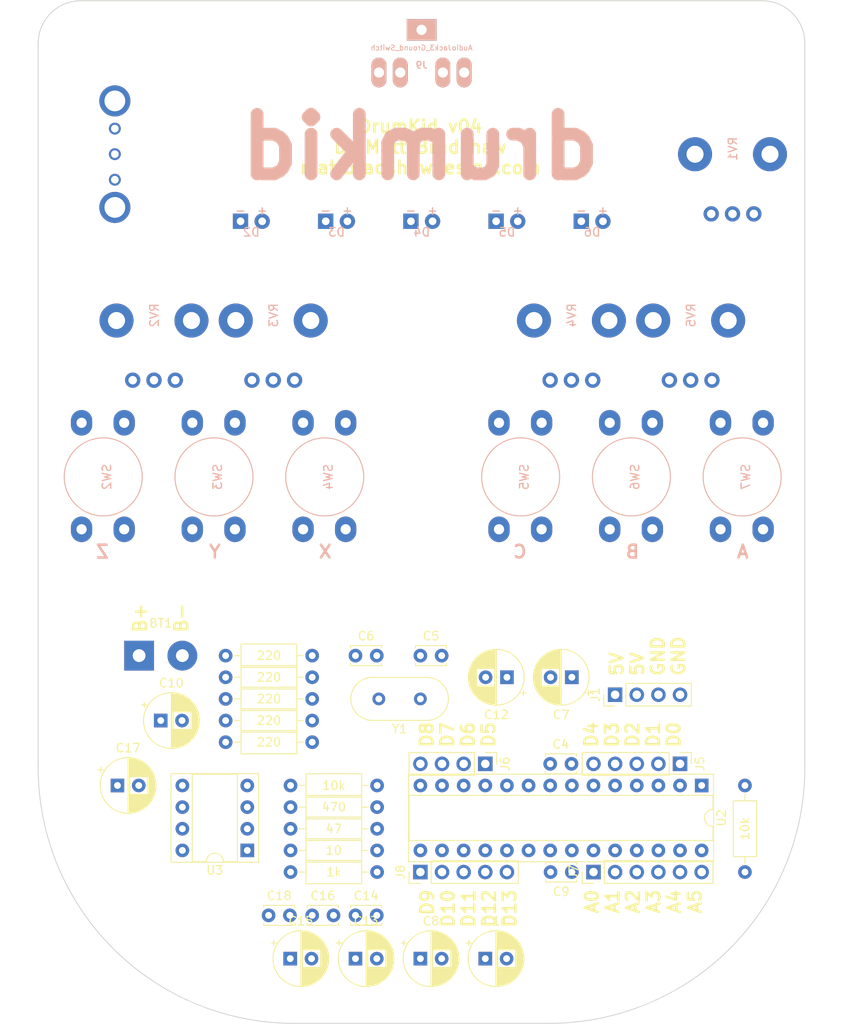
<source format=kicad_pcb>
(kicad_pcb (version 20171130) (host pcbnew "(5.0.1)-3")
  (title_block (title DrumKid) (rev 04) (company "Matt Bradshaw Design") (comment 1 "Author: Matt Bradshaw") (comment 2 "Open source design, feel free to use/modify/whatever"))
  (layers (0 F.Cu signal) (31 B.Cu signal) (34 B.Paste user) (35 F.Paste user) (36 B.SilkS user) (37 F.SilkS user) (38 B.Mask user) (39 F.Mask user) (44 Edge.Cuts user))
  (net 0 "")
  (net 1 GND)
  (net 2 "Net-(C10-Pad2)")
  (net 3 "Net-(J9-PadRN)")
  (net 4 "Net-(J9-PadTN)")
  (net 5 +5V)
  (net 6 "Net-(BT1-Pad1)")
  (net 7 "Net-(SW1-Pad3)")
  (net 8 "Net-(R2-Pad1)")
  (net 9 /DIGITAL_2)
  (net 10 "Net-(D2-Pad2)")
  (net 11 "Net-(D3-Pad2)")
  (net 12 /DIGITAL_3)
  (net 13 /DIGITAL_4)
  (net 14 "Net-(D4-Pad2)")
  (net 15 "Net-(D5-Pad2)")
  (net 16 /DIGITAL_5)
  (net 17 "Net-(C13-Pad1)")
  (net 18 "Net-(C14-Pad1)")
  (net 19 "Net-(R10-Pad1)")
  (net 20 "Net-(R9-Pad2)")
  (net 21 "Net-(C18-Pad2)")
  (net 22 /DIGITAL_6)
  (net 23 "Net-(D6-Pad2)")
  (net 24 /DIGITAL_9)
  (net 25 /ANALOG_3)
  (net 26 "Net-(C15-Pad2)")
  (net 27 /ANALOG_1)
  (net 28 /ANALOG_2)
  (net 29 /ANALOG_0)
  (net 30 "Net-(U3-Pad1)")
  (net 31 "Net-(C10-Pad1)")
  (net 32 "Net-(C17-Pad1)")
  (net 33 "Net-(C16-Pad2)")
  (net 34 "Net-(U3-Pad8)")
  (net 35 /DIGITAL_0)
  (net 36 /DIGITAL_10)
  (net 37 /DIGITAL_1)
  (net 38 /DIGITAL_11)
  (net 39 /DIGITAL_12)
  (net 40 /DIGITAL_13)
  (net 41 "Net-(U2-Pad21)")
  (net 42 "Net-(C5-Pad1)")
  (net 43 "Net-(C6-Pad1)")
  (net 44 /DIGITAL_7)
  (net 45 /ANALOG_4)
  (net 46 /DIGITAL_8)
  (net 47 /ANALOG_5)
  (module Connector_Wire:SolderWirePad_1x02_P5.08mm_Drill1.5mm (layer F.Cu) (at 116.84 116.84)
    (fp_text reference BT1 (at 2.54 -3.81) (layer F.SilkS))
    (fp_text value Battery)
    (pad 2 thru_hole circle (at 5.08 0) (size 3.50012 3.50012) (drill 1.50114) (layers *.Cu *.Mask) (net 1 GND))
    (pad 1 thru_hole rect (at 0 0) (size 3.50012 3.50012) (drill 1.50114) (layers *.Cu *.Mask) (net 6 "Net-(BT1-Pad1)"))
  )
  (module headphone:EG1206_NOSILK (layer B.Cu) (at 113.993946 60.991091 90)
    (fp_text reference SW1 hide)
    (fp_text value SW_SPDT hide)
    (pad MH2 thru_hole circle (at 9.25 0 90) (size 3.653 3.653) (drill 2.4352) (layers *.Cu *.Mask))
    (pad MH1 thru_hole circle (at -3.25 0 90) (size 3.653 3.653) (drill 2.4352) (layers *.Cu *.Mask))
    (pad 3 thru_hole circle (at 6 0 90) (size 1.4 1.4) (drill 0.9) (layers *.Cu *.Mask) (net 7 "Net-(SW1-Pad3)"))
    (pad 2 thru_hole circle (at 3 0 90) (size 1.4 1.4) (drill 0.9) (layers *.Cu *.Mask) (net 6 "Net-(BT1-Pad1)"))
    (pad 1 thru_hole circle (at 0 0 90) (size 1.4 1.4) (drill 0.9) (layers *.Cu *.Mask) (net 5 +5V))
  )
  (module headphone:R_Axial_DIN0207_L6.3mm_D2.5mm_P10.16mm_Horizontal_VALMOD (layer F.Cu) (at 144.78 137.16 180)
    (fp_text reference R1)
    (fp_text value 47 (at 5.08 0 180) (layer F.SilkS))
    (pad 2 thru_hole oval (at 10.16 0 180) (size 1.6 1.6) (drill 0.8) (layers *.Cu *.Mask) (net 24 /DIGITAL_9))
    (pad 1 thru_hole circle (at 0 0 180) (size 1.6 1.6) (drill 0.8) (layers *.Cu *.Mask) (net 17 "Net-(C13-Pad1)"))
  )
  (module headphone:R_Axial_DIN0207_L6.3mm_D2.5mm_P10.16mm_Horizontal_VALMOD (layer F.Cu) (at 127 127)
    (fp_text reference R7)
    (fp_text value 220 (at 5.08 0) (layer F.SilkS))
    (pad 2 thru_hole oval (at 10.16 0) (size 1.6 1.6) (drill 0.8) (layers *.Cu *.Mask) (net 22 /DIGITAL_6))
    (pad 1 thru_hole circle (at 0 0) (size 1.6 1.6) (drill 0.8) (layers *.Cu *.Mask) (net 23 "Net-(D6-Pad2)"))
  )
  (module headphone:R_Axial_DIN0207_L6.3mm_D2.5mm_P10.16mm_Horizontal_VALMOD (layer F.Cu) (at 134.62 139.7)
    (fp_text reference R11)
    (fp_text value 10 (at 5.08 0) (layer F.SilkS))
    (pad 2 thru_hole oval (at 10.16 0) (size 1.6 1.6) (drill 0.8) (layers *.Cu *.Mask) (net 1 GND))
    (pad 1 thru_hole circle (at 0 0) (size 1.6 1.6) (drill 0.8) (layers *.Cu *.Mask) (net 21 "Net-(C18-Pad2)"))
  )
  (module headphone:R_Axial_DIN0207_L6.3mm_D2.5mm_P10.16mm_Horizontal_VALMOD (layer F.Cu) (at 134.62 142.24)
    (fp_text reference R10)
    (fp_text value 1k (at 5.08 0) (layer F.SilkS))
    (pad 2 thru_hole oval (at 10.16 0) (size 1.6 1.6) (drill 0.8) (layers *.Cu *.Mask) (net 1 GND))
    (pad 1 thru_hole circle (at 0 0) (size 1.6 1.6) (drill 0.8) (layers *.Cu *.Mask) (net 19 "Net-(R10-Pad1)"))
  )
  (module headphone:R_Axial_DIN0207_L6.3mm_D2.5mm_P10.16mm_Horizontal_VALMOD (layer F.Cu) (at 144.78 132.08 180)
    (fp_text reference R9)
    (fp_text value 10k (at 5.08 0 180) (layer F.SilkS))
    (pad 2 thru_hole oval (at 10.16 0 180) (size 1.6 1.6) (drill 0.8) (layers *.Cu *.Mask) (net 20 "Net-(R9-Pad2)"))
    (pad 1 thru_hole circle (at 0 0 180) (size 1.6 1.6) (drill 0.8) (layers *.Cu *.Mask) (net 19 "Net-(R10-Pad1)"))
  )
  (module headphone:R_Axial_DIN0207_L6.3mm_D2.5mm_P10.16mm_Horizontal_VALMOD (layer F.Cu) (at 144.78 134.62 180)
    (fp_text reference R8)
    (fp_text value 470 (at 5.08 0 180) (layer F.SilkS))
    (pad 2 thru_hole oval (at 10.16 0 180) (size 1.6 1.6) (drill 0.8) (layers *.Cu *.Mask) (net 17 "Net-(C13-Pad1)"))
    (pad 1 thru_hole circle (at 0 0 180) (size 1.6 1.6) (drill 0.8) (layers *.Cu *.Mask) (net 18 "Net-(C14-Pad1)"))
  )
  (module headphone:R_Axial_DIN0207_L6.3mm_D2.5mm_P10.16mm_Horizontal_VALMOD (layer F.Cu) (at 127 124.46)
    (fp_text reference R6)
    (fp_text value 220 (at 5.08 0) (layer F.SilkS))
    (pad 2 thru_hole oval (at 10.16 0) (size 1.6 1.6) (drill 0.8) (layers *.Cu *.Mask) (net 16 /DIGITAL_5))
    (pad 1 thru_hole circle (at 0 0) (size 1.6 1.6) (drill 0.8) (layers *.Cu *.Mask) (net 15 "Net-(D5-Pad2)"))
  )
  (module headphone:R_Axial_DIN0207_L6.3mm_D2.5mm_P10.16mm_Horizontal_VALMOD (layer F.Cu) (at 127 121.92)
    (fp_text reference R5)
    (fp_text value 220 (at 5.08 0) (layer F.SilkS))
    (pad 2 thru_hole oval (at 10.16 0) (size 1.6 1.6) (drill 0.8) (layers *.Cu *.Mask) (net 13 /DIGITAL_4))
    (pad 1 thru_hole circle (at 0 0) (size 1.6 1.6) (drill 0.8) (layers *.Cu *.Mask) (net 14 "Net-(D4-Pad2)"))
  )
  (module headphone:R_Axial_DIN0207_L6.3mm_D2.5mm_P10.16mm_Horizontal_VALMOD (layer F.Cu) (at 127 119.38)
    (fp_text reference R4)
    (fp_text value 220 (at 5.08 0) (layer F.SilkS))
    (pad 2 thru_hole oval (at 10.16 0) (size 1.6 1.6) (drill 0.8) (layers *.Cu *.Mask) (net 12 /DIGITAL_3))
    (pad 1 thru_hole circle (at 0 0) (size 1.6 1.6) (drill 0.8) (layers *.Cu *.Mask) (net 11 "Net-(D3-Pad2)"))
  )
  (module headphone:R_Axial_DIN0207_L6.3mm_D2.5mm_P10.16mm_Horizontal_VALMOD (layer F.Cu) (at 127 116.84)
    (fp_text reference R3)
    (fp_text value 220 (at 5.08 0) (layer F.SilkS))
    (pad 2 thru_hole oval (at 10.16 0) (size 1.6 1.6) (drill 0.8) (layers *.Cu *.Mask) (net 9 /DIGITAL_2))
    (pad 1 thru_hole circle (at 0 0) (size 1.6 1.6) (drill 0.8) (layers *.Cu *.Mask) (net 10 "Net-(D2-Pad2)"))
  )
  (module headphone:R_Axial_DIN0207_L6.3mm_D2.5mm_P10.16mm_Horizontal_VALMOD (layer F.Cu) (at 187.96 142.24 90)
    (fp_text reference R2)
    (fp_text value 10k (at 5.08 0 90) (layer F.SilkS))
    (pad 2 thru_hole oval (at 10.16 0 90) (size 1.6 1.6) (drill 0.8) (layers *.Cu *.Mask) (net 5 +5V))
    (pad 1 thru_hole circle (at 0 0 90) (size 1.6 1.6) (drill 0.8) (layers *.Cu *.Mask) (net 8 "Net-(R2-Pad1)"))
  )
  (module headphone:Potentiometer_Alps_RK09K_Single_Vertical_NOSILK (layer B.Cu) (at 184 65 90)
    (fp_text reference RV1 (at 7.62 2.54 90) (layer B.SilkS) (effects (justify mirror)))
    (fp_text value 10k)
    (pad "" np_thru_hole circle (at 7 -1.9 90) (size 4 4) (drill 2) (layers *.Cu *.Mask))
    (pad "" np_thru_hole circle (at 7 6.9 90) (size 4 4) (drill 2) (layers *.Cu *.Mask))
    (pad 1 thru_hole circle (at 0 0 90) (size 1.8 1.8) (drill 1) (layers *.Cu *.Mask) (net 1 GND))
    (pad 2 thru_hole circle (at 0 2.5 90) (size 1.8 1.8) (drill 1) (layers *.Cu *.Mask) (net 20 "Net-(R9-Pad2)"))
    (pad 3 thru_hole circle (at 0 5 90) (size 1.8 1.8) (drill 1) (layers *.Cu *.Mask) (net 26 "Net-(C15-Pad2)"))
  )
  (module headphone:LED_D5.0mm_NOSILK (layer B.Cu) (at 168.75 65.86729)
    (fp_text reference D6 (at 1.27 1.27) (layer B.SilkS) (effects (justify mirror)))
    (fp_text value LED)
    (fp_text user - (at 0 -1.27) (layer B.SilkS) (effects (justify mirror)))
    (fp_text user + (at 2.54 -1.27) (layer B.SilkS) (effects (justify mirror)))
    (pad 2 thru_hole circle (at 2.54 0) (size 1.8 1.8) (drill 0.9) (layers *.Cu *.Mask) (net 23 "Net-(D6-Pad2)"))
    (pad 1 thru_hole rect (at 0 0) (size 1.8 1.8) (drill 0.9) (layers *.Cu *.Mask) (net 1 GND))
  )
  (module headphone:LED_D5.0mm_NOSILK (layer B.Cu) (at 158.75 65.86729)
    (fp_text reference D5 (at 1.27 1.27) (layer B.SilkS) (effects (justify mirror)))
    (fp_text value LED)
    (fp_text user - (at 0 -1.27) (layer B.SilkS) (effects (justify mirror)))
    (fp_text user + (at 2.54 -1.27) (layer B.SilkS) (effects (justify mirror)))
    (pad 2 thru_hole circle (at 2.54 0) (size 1.8 1.8) (drill 0.9) (layers *.Cu *.Mask) (net 15 "Net-(D5-Pad2)"))
    (pad 1 thru_hole rect (at 0 0) (size 1.8 1.8) (drill 0.9) (layers *.Cu *.Mask) (net 1 GND))
  )
  (module headphone:LED_D5.0mm_NOSILK (layer B.Cu) (at 148.75 65.86729)
    (fp_text reference D4 (at 1.27 1.27) (layer B.SilkS) (effects (justify mirror)))
    (fp_text value LED)
    (fp_text user - (at 0 -1.27) (layer B.SilkS) (effects (justify mirror)))
    (fp_text user + (at 2.54 -1.27) (layer B.SilkS) (effects (justify mirror)))
    (pad 2 thru_hole circle (at 2.54 0) (size 1.8 1.8) (drill 0.9) (layers *.Cu *.Mask) (net 14 "Net-(D4-Pad2)"))
    (pad 1 thru_hole rect (at 0 0) (size 1.8 1.8) (drill 0.9) (layers *.Cu *.Mask) (net 1 GND))
  )
  (module headphone:LED_D5.0mm_NOSILK (layer B.Cu) (at 138.75 65.86729)
    (fp_text reference D3 (at 1.27 1.27) (layer B.SilkS) (effects (justify mirror)))
    (fp_text value LED)
    (fp_text user - (at 0 -1.27) (layer B.SilkS) (effects (justify mirror)))
    (fp_text user + (at 2.54 -1.27) (layer B.SilkS) (effects (justify mirror)))
    (pad 2 thru_hole circle (at 2.54 0) (size 1.8 1.8) (drill 0.9) (layers *.Cu *.Mask) (net 11 "Net-(D3-Pad2)"))
    (pad 1 thru_hole rect (at 0 0) (size 1.8 1.8) (drill 0.9) (layers *.Cu *.Mask) (net 1 GND))
  )
  (module headphone:LED_D5.0mm_NOSILK (layer B.Cu) (at 128.75 65.86729)
    (fp_text reference D2 (at 1.27 1.27) (layer B.SilkS) (effects (justify mirror)))
    (fp_text value LED)
    (fp_text user - (at 0 -1.27) (layer B.SilkS) (effects (justify mirror)))
    (fp_text user + (at 2.54 -1.27) (layer B.SilkS) (effects (justify mirror)))
    (pad 2 thru_hole circle (at 2.54 0) (size 1.8 1.8) (drill 0.9) (layers *.Cu *.Mask) (net 10 "Net-(D2-Pad2)"))
    (pad 1 thru_hole rect (at 0 0) (size 1.8 1.8) (drill 0.9) (layers *.Cu *.Mask) (net 1 GND))
  )
  (module headphone:Tayda_3.5mm_stereo_TRS_jack_A-853_NOSILK (layer B.Cu) (at 150 45 180)
    (fp_text reference J9 (at 0 -2.54 180) (layer B.SilkS) (effects (font (size 0.8 0.8)) (justify mirror)))
    (fp_text value AudioJack3_Ground_Switch (at 0 -0.508 180) (layer B.SilkS) (effects (font (size 0.6 0.6) (thickness 0.1)) (justify mirror)))
    (pad TN thru_hole oval (at -2.5 -3.41 180) (size 1.75 3.5) (drill 1.2) (layers *.Cu *.Mask B.SilkS) (net 4 "Net-(J9-PadTN)"))
    (pad RN thru_hole oval (at 2.5 -3.41 180) (size 1.75 3.5) (drill 1.2) (layers *.Cu *.Mask B.SilkS) (net 3 "Net-(J9-PadRN)"))
    (pad T thru_hole oval (at -5 -3.41 180) (size 1.75 3.5) (drill 1.2) (layers *.Cu *.Mask B.SilkS) (net 2 "Net-(C10-Pad2)"))
    (pad R thru_hole oval (at 5 -3.41 180) (size 1.75 3.5) (drill 1.2) (layers *.Cu *.Mask B.SilkS) (net 2 "Net-(C10-Pad2)"))
    (pad S thru_hole rect (at 0 1.596 180) (size 3.5 2.5) (drill 1.2) (layers *.Cu *.Mask B.SilkS) (net 1 GND))
  )
  (module headphone:Potentiometer_Alps_RK09K_Single_Vertical_NOSILK (layer B.Cu) (at 116.089897 84.51729 90)
    (fp_text reference RV2 (at 7.62 2.54 90) (layer B.SilkS) (effects (justify mirror)))
    (fp_text value R_POT)
    (pad "" np_thru_hole circle (at 7 -1.9 90) (size 4 4) (drill 2) (layers *.Cu *.Mask))
    (pad "" np_thru_hole circle (at 7 6.9 90) (size 4 4) (drill 2) (layers *.Cu *.Mask))
    (pad 1 thru_hole circle (at 0 0 90) (size 1.8 1.8) (drill 1) (layers *.Cu *.Mask) (net 1 GND))
    (pad 2 thru_hole circle (at 0 2.5 90) (size 1.8 1.8) (drill 1) (layers *.Cu *.Mask) (net 29 /ANALOG_0))
    (pad 3 thru_hole circle (at 0 5 90) (size 1.8 1.8) (drill 1) (layers *.Cu *.Mask) (net 5 +5V))
  )
  (module headphone:Potentiometer_Alps_RK09K_Single_Vertical_NOSILK (layer B.Cu) (at 165.089897 84.51729 90)
    (fp_text reference RV4 (at 7.62 2.54 90) (layer B.SilkS) (effects (justify mirror)))
    (fp_text value R_POT)
    (pad "" np_thru_hole circle (at 7 -1.9 90) (size 4 4) (drill 2) (layers *.Cu *.Mask))
    (pad "" np_thru_hole circle (at 7 6.9 90) (size 4 4) (drill 2) (layers *.Cu *.Mask))
    (pad 1 thru_hole circle (at 0 0 90) (size 1.8 1.8) (drill 1) (layers *.Cu *.Mask) (net 1 GND))
    (pad 2 thru_hole circle (at 0 2.5 90) (size 1.8 1.8) (drill 1) (layers *.Cu *.Mask) (net 28 /ANALOG_2))
    (pad 3 thru_hole circle (at 0 5 90) (size 1.8 1.8) (drill 1) (layers *.Cu *.Mask) (net 5 +5V))
  )
  (module headphone:Potentiometer_Alps_RK09K_Single_Vertical_NOSILK (layer B.Cu) (at 130.089897 84.51729 90)
    (fp_text reference RV3 (at 7.62 2.54 90) (layer B.SilkS) (effects (justify mirror)))
    (fp_text value R_POT)
    (pad "" np_thru_hole circle (at 7 -1.9 90) (size 4 4) (drill 2) (layers *.Cu *.Mask))
    (pad "" np_thru_hole circle (at 7 6.9 90) (size 4 4) (drill 2) (layers *.Cu *.Mask))
    (pad 1 thru_hole circle (at 0 0 90) (size 1.8 1.8) (drill 1) (layers *.Cu *.Mask) (net 1 GND))
    (pad 2 thru_hole circle (at 0 2.5 90) (size 1.8 1.8) (drill 1) (layers *.Cu *.Mask) (net 27 /ANALOG_1))
    (pad 3 thru_hole circle (at 0 5 90) (size 1.8 1.8) (drill 1) (layers *.Cu *.Mask) (net 5 +5V))
  )
  (module headphone:Potentiometer_Alps_RK09K_Single_Vertical_NOSILK (layer B.Cu) (at 179.089897 84.51729 90)
    (fp_text reference RV5 (at 7.62 2.54 90) (layer B.SilkS) (effects (justify mirror)))
    (fp_text value R_POT)
    (pad "" np_thru_hole circle (at 7 -1.9 90) (size 4 4) (drill 2) (layers *.Cu *.Mask))
    (pad "" np_thru_hole circle (at 7 6.9 90) (size 4 4) (drill 2) (layers *.Cu *.Mask))
    (pad 1 thru_hole circle (at 0 0 90) (size 1.8 1.8) (drill 1) (layers *.Cu *.Mask) (net 1 GND))
    (pad 2 thru_hole circle (at 0 2.5 90) (size 1.8 1.8) (drill 1) (layers *.Cu *.Mask) (net 25 /ANALOG_3))
    (pad 3 thru_hole circle (at 0 5 90) (size 1.8 1.8) (drill 1) (layers *.Cu *.Mask) (net 5 +5V))
  )
  (module headphone:SW_PUSH-12mm_Wuerth-430476085716_NOSILK (layer B.Cu) (at 110.089897 89.51729 270)
    (fp_text reference SW2 (at 6.35 -2.96 270) (layer B.SilkS) (effects (justify mirror)))
    (fp_text value SW_Push)
    (pad 1 thru_hole oval (at 12.5 0 270) (size 3 2.5) (drill 1.2) (layers *.Cu *.Mask) (net 44 /DIGITAL_7))
    (pad 2 thru_hole oval (at 12.5 -5 270) (size 3 2.5) (drill 1.2) (layers *.Cu *.Mask) (net 1 GND))
    (pad 1 thru_hole oval (at 0 0 270) (size 3 2.5) (drill 1.2) (layers *.Cu *.Mask) (net 44 /DIGITAL_7))
    (pad 2 thru_hole oval (at 0 -5 270) (size 3 2.5) (drill 1.2) (layers *.Cu *.Mask) (net 1 GND))
  )
  (module headphone:SW_PUSH-12mm_Wuerth-430476085716_NOSILK (layer B.Cu) (at 185.089897 89.51729 270)
    (fp_text reference SW7 (at 6.35 -2.96 270) (layer B.SilkS) (effects (justify mirror)))
    (fp_text value SW_Push)
    (pad 1 thru_hole oval (at 12.5 0 270) (size 3 2.5) (drill 1.2) (layers *.Cu *.Mask) (net 40 /DIGITAL_13))
    (pad 2 thru_hole oval (at 12.5 -5 270) (size 3 2.5) (drill 1.2) (layers *.Cu *.Mask) (net 1 GND))
    (pad 1 thru_hole oval (at 0 0 270) (size 3 2.5) (drill 1.2) (layers *.Cu *.Mask) (net 40 /DIGITAL_13))
    (pad 2 thru_hole oval (at 0 -5 270) (size 3 2.5) (drill 1.2) (layers *.Cu *.Mask) (net 1 GND))
  )
  (module headphone:SW_PUSH-12mm_Wuerth-430476085716_NOSILK (layer B.Cu) (at 172.089897 89.51729 270)
    (fp_text reference SW6 (at 6.35 -2.96 270) (layer B.SilkS) (effects (justify mirror)))
    (fp_text value SW_Push)
    (pad 1 thru_hole oval (at 12.5 0 270) (size 3 2.5) (drill 1.2) (layers *.Cu *.Mask) (net 39 /DIGITAL_12))
    (pad 2 thru_hole oval (at 12.5 -5 270) (size 3 2.5) (drill 1.2) (layers *.Cu *.Mask) (net 1 GND))
    (pad 1 thru_hole oval (at 0 0 270) (size 3 2.5) (drill 1.2) (layers *.Cu *.Mask) (net 39 /DIGITAL_12))
    (pad 2 thru_hole oval (at 0 -5 270) (size 3 2.5) (drill 1.2) (layers *.Cu *.Mask) (net 1 GND))
  )
  (module headphone:SW_PUSH-12mm_Wuerth-430476085716_NOSILK (layer B.Cu) (at 159.089897 89.51729 270)
    (fp_text reference SW5 (at 6.35 -2.96 270) (layer B.SilkS) (effects (justify mirror)))
    (fp_text value SW_Push)
    (pad 1 thru_hole oval (at 12.5 0 270) (size 3 2.5) (drill 1.2) (layers *.Cu *.Mask) (net 38 /DIGITAL_11))
    (pad 2 thru_hole oval (at 12.5 -5 270) (size 3 2.5) (drill 1.2) (layers *.Cu *.Mask) (net 1 GND))
    (pad 1 thru_hole oval (at 0 0 270) (size 3 2.5) (drill 1.2) (layers *.Cu *.Mask) (net 38 /DIGITAL_11))
    (pad 2 thru_hole oval (at 0 -5 270) (size 3 2.5) (drill 1.2) (layers *.Cu *.Mask) (net 1 GND))
  )
  (module headphone:SW_PUSH-12mm_Wuerth-430476085716_NOSILK (layer B.Cu) (at 136.089897 89.51729 270)
    (fp_text reference SW4 (at 6.35 -2.96 270) (layer B.SilkS) (effects (justify mirror)))
    (fp_text value SW_Push)
    (pad 1 thru_hole oval (at 12.5 0 270) (size 3 2.5) (drill 1.2) (layers *.Cu *.Mask) (net 36 /DIGITAL_10))
    (pad 2 thru_hole oval (at 12.5 -5 270) (size 3 2.5) (drill 1.2) (layers *.Cu *.Mask) (net 1 GND))
    (pad 1 thru_hole oval (at 0 0 270) (size 3 2.5) (drill 1.2) (layers *.Cu *.Mask) (net 36 /DIGITAL_10))
    (pad 2 thru_hole oval (at 0 -5 270) (size 3 2.5) (drill 1.2) (layers *.Cu *.Mask) (net 1 GND))
  )
  (module headphone:SW_PUSH-12mm_Wuerth-430476085716_NOSILK (layer B.Cu) (at 123.089897 89.51729 270)
    (fp_text reference SW3 (at 6.35 -2.96 270) (layer B.SilkS) (effects (justify mirror)))
    (fp_text value SW_Push)
    (pad 1 thru_hole oval (at 12.5 0 270) (size 3 2.5) (drill 1.2) (layers *.Cu *.Mask) (net 46 /DIGITAL_8))
    (pad 2 thru_hole oval (at 12.5 -5 270) (size 3 2.5) (drill 1.2) (layers *.Cu *.Mask) (net 1 GND))
    (pad 1 thru_hole oval (at 0 0 270) (size 3 2.5) (drill 1.2) (layers *.Cu *.Mask) (net 46 /DIGITAL_8))
    (pad 2 thru_hole oval (at 0 -5 270) (size 3 2.5) (drill 1.2) (layers *.Cu *.Mask) (net 1 GND))
  )
  (module Capacitor_THT:CP_Radial_D6.3mm_P2.50mm (layer F.Cu) (at 119.38 124.46)
    (fp_text reference C10 (at 1.25 -4.4) (layer F.SilkS))
    (fp_text value 220uF)
    (pad 2 thru_hole circle (at 2.5 0) (size 1.6 1.6) (drill 0.8) (layers *.Cu *.Mask) (net 2 "Net-(C10-Pad2)"))
    (pad 1 thru_hole rect (at 0 0) (size 1.6 1.6) (drill 0.8) (layers *.Cu *.Mask) (net 31 "Net-(C10-Pad1)"))
  )
  (module MountingHole:MountingHole_3.2mm_M3 (layer F.Cu) (at 150 105)
    (fp_text reference REF** hide)
    (fp_text value MountingHole_3.2mm_M3)
    (pad 1 np_thru_hole circle (at 0 0) (size 3.2 3.2) (drill 3.2) (layers *.Cu *.Mask))
  )
  (module Capacitor_THT:CP_Radial_D6.3mm_P2.50mm (layer F.Cu) (at 149.86 152.4)
    (fp_text reference C8 (at 1.25 -4.4) (layer F.SilkS))
    (fp_text value CP)
    (pad 2 thru_hole circle (at 2.5 0) (size 1.6 1.6) (drill 0.8) (layers *.Cu *.Mask) (net 1 GND))
    (pad 1 thru_hole rect (at 0 0) (size 1.6 1.6) (drill 0.8) (layers *.Cu *.Mask) (net 5 +5V))
  )
  (module Capacitor_THT:CP_Radial_D6.3mm_P2.50mm (layer F.Cu) (at 114.3 132.08)
    (fp_text reference C17 (at 1.25 -4.4) (layer F.SilkS))
    (fp_text value 10uF)
    (pad 1 thru_hole rect (at 0 0) (size 1.6 1.6) (drill 0.8) (layers *.Cu *.Mask) (net 32 "Net-(C17-Pad1)"))
    (pad 2 thru_hole circle (at 2.5 0) (size 1.6 1.6) (drill 0.8) (layers *.Cu *.Mask) (net 1 GND))
  )
  (module Capacitor_THT:CP_Radial_D6.3mm_P2.50mm (layer F.Cu) (at 142.24 152.4)
    (fp_text reference C13 (at 1.25 -4.4) (layer F.SilkS))
    (fp_text value 2.2uF)
    (pad 2 thru_hole circle (at 2.5 0) (size 1.6 1.6) (drill 0.8) (layers *.Cu *.Mask) (net 1 GND))
    (pad 1 thru_hole rect (at 0 0) (size 1.6 1.6) (drill 0.8) (layers *.Cu *.Mask) (net 17 "Net-(C13-Pad1)"))
  )
  (module Capacitor_THT:CP_Radial_D6.3mm_P2.50mm (layer F.Cu) (at 160.02 119.38 180)
    (fp_text reference C12 (at 1.25 -4.4 180) (layer F.SilkS))
    (fp_text value CP)
    (pad 1 thru_hole rect (at 0 0 180) (size 1.6 1.6) (drill 0.8) (layers *.Cu *.Mask) (net 5 +5V))
    (pad 2 thru_hole circle (at 2.5 0 180) (size 1.6 1.6) (drill 0.8) (layers *.Cu *.Mask) (net 1 GND))
  )
  (module Capacitor_THT:CP_Radial_D6.3mm_P2.50mm (layer F.Cu) (at 157.48 152.4)
    (fp_text reference C11 (at 1.25 -4.4) (layer F.SilkS))
    (fp_text value CP)
    (pad 2 thru_hole circle (at 2.5 0) (size 1.6 1.6) (drill 0.8) (layers *.Cu *.Mask) (net 1 GND))
    (pad 1 thru_hole rect (at 0 0) (size 1.6 1.6) (drill 0.8) (layers *.Cu *.Mask) (net 5 +5V))
  )
  (module Capacitor_THT:CP_Radial_D6.3mm_P2.50mm (layer F.Cu) (at 167.64 119.38 180)
    (fp_text reference C7 (at 1.25 -4.4 180) (layer F.SilkS))
    (fp_text value CP)
    (pad 1 thru_hole rect (at 0 0 180) (size 1.6 1.6) (drill 0.8) (layers *.Cu *.Mask) (net 5 +5V))
    (pad 2 thru_hole circle (at 2.5 0 180) (size 1.6 1.6) (drill 0.8) (layers *.Cu *.Mask) (net 1 GND))
  )
  (module Capacitor_THT:CP_Radial_D6.3mm_P2.50mm (layer F.Cu) (at 134.58 152.4)
    (fp_text reference C15 (at 1.25 -4.4) (layer F.SilkS))
    (fp_text value 10uF)
    (pad 1 thru_hole rect (at 0 0) (size 1.6 1.6) (drill 0.8) (layers *.Cu *.Mask) (net 18 "Net-(C14-Pad1)"))
    (pad 2 thru_hole circle (at 2.5 0) (size 1.6 1.6) (drill 0.8) (layers *.Cu *.Mask) (net 26 "Net-(C15-Pad2)"))
  )
  (module Capacitor_THT:C_Disc_D3.4mm_W2.1mm_P2.50mm (layer F.Cu) (at 167.64 142.24 180)
    (fp_text reference C9 (at 1.25 -2.3 180) (layer F.SilkS))
    (fp_text value C)
    (pad 1 thru_hole circle (at 0 0 180) (size 1.6 1.6) (drill 0.8) (layers *.Cu *.Mask) (net 1 GND))
    (pad 2 thru_hole circle (at 2.5 0 180) (size 1.6 1.6) (drill 0.8) (layers *.Cu *.Mask) (net 5 +5V))
  )
  (module Capacitor_THT:C_Disc_D3.4mm_W2.1mm_P2.50mm (layer F.Cu) (at 142.24 116.84)
    (fp_text reference C6 (at 1.25 -2.3) (layer F.SilkS))
    (fp_text value 22pF)
    (pad 2 thru_hole circle (at 2.5 0) (size 1.6 1.6) (drill 0.8) (layers *.Cu *.Mask) (net 1 GND))
    (pad 1 thru_hole circle (at 0 0) (size 1.6 1.6) (drill 0.8) (layers *.Cu *.Mask) (net 43 "Net-(C6-Pad1)"))
  )
  (module Capacitor_THT:C_Disc_D3.4mm_W2.1mm_P2.50mm (layer F.Cu) (at 142.24 147.32)
    (fp_text reference C14 (at 1.25 -2.3) (layer F.SilkS))
    (fp_text value 220nF)
    (pad 1 thru_hole circle (at 0 0) (size 1.6 1.6) (drill 0.8) (layers *.Cu *.Mask) (net 18 "Net-(C14-Pad1)"))
    (pad 2 thru_hole circle (at 2.5 0) (size 1.6 1.6) (drill 0.8) (layers *.Cu *.Mask) (net 1 GND))
  )
  (module Capacitor_THT:C_Disc_D3.4mm_W2.1mm_P2.50mm (layer F.Cu) (at 149.86 116.84)
    (fp_text reference C5 (at 1.25 -2.3) (layer F.SilkS))
    (fp_text value 22pF)
    (pad 2 thru_hole circle (at 2.5 0) (size 1.6 1.6) (drill 0.8) (layers *.Cu *.Mask) (net 1 GND))
    (pad 1 thru_hole circle (at 0 0) (size 1.6 1.6) (drill 0.8) (layers *.Cu *.Mask) (net 42 "Net-(C5-Pad1)"))
  )
  (module Capacitor_THT:C_Disc_D3.4mm_W2.1mm_P2.50mm (layer F.Cu) (at 137.16 147.32)
    (fp_text reference C16 (at 1.25 -2.3) (layer F.SilkS))
    (fp_text value 100nF)
    (pad 1 thru_hole circle (at 0 0) (size 1.6 1.6) (drill 0.8) (layers *.Cu *.Mask) (net 5 +5V))
    (pad 2 thru_hole circle (at 2.5 0) (size 1.6 1.6) (drill 0.8) (layers *.Cu *.Mask) (net 33 "Net-(C16-Pad2)"))
  )
  (module Capacitor_THT:C_Disc_D3.4mm_W2.1mm_P2.50mm (layer F.Cu) (at 165.1 129.54)
    (fp_text reference C4 (at 1.25 -2.3) (layer F.SilkS))
    (fp_text value C)
    (pad 2 thru_hole circle (at 2.5 0) (size 1.6 1.6) (drill 0.8) (layers *.Cu *.Mask) (net 5 +5V))
    (pad 1 thru_hole circle (at 0 0) (size 1.6 1.6) (drill 0.8) (layers *.Cu *.Mask) (net 1 GND))
  )
  (module Capacitor_THT:C_Disc_D3.4mm_W2.1mm_P2.50mm (layer F.Cu) (at 132.04 147.32)
    (fp_text reference C18 (at 1.25 -2.3) (layer F.SilkS))
    (fp_text value 100nF)
    (pad 1 thru_hole circle (at 0 0) (size 1.6 1.6) (drill 0.8) (layers *.Cu *.Mask) (net 31 "Net-(C10-Pad1)"))
    (pad 2 thru_hole circle (at 2.5 0) (size 1.6 1.6) (drill 0.8) (layers *.Cu *.Mask) (net 21 "Net-(C18-Pad2)"))
  )
  (module Connector_PinHeader_2.54mm:PinHeader_1x04_P2.54mm_Vertical (layer F.Cu) (at 172.72 121.43 90)
    (fp_text reference J1 (at 0 -2.33 90) (layer F.SilkS))
    (fp_text value Conn_01x04_Female)
    (pad 4 thru_hole oval (at 0 7.62 90) (size 1.7 1.7) (drill 1) (layers *.Cu *.Mask) (net 1 GND))
    (pad 3 thru_hole oval (at 0 5.08 90) (size 1.7 1.7) (drill 1) (layers *.Cu *.Mask) (net 1 GND))
    (pad 2 thru_hole oval (at 0 2.54 90) (size 1.7 1.7) (drill 1) (layers *.Cu *.Mask) (net 5 +5V))
    (pad 1 thru_hole rect (at 0 0 90) (size 1.7 1.7) (drill 1) (layers *.Cu *.Mask) (net 5 +5V))
  )
  (module Connector_PinHeader_2.54mm:PinHeader_1x04_P2.54mm_Vertical (layer F.Cu) (at 157.48 129.54 270)
    (fp_text reference J6 (at 0 -2.33 270) (layer F.SilkS))
    (fp_text value Conn_01x04_Female)
    (pad 1 thru_hole rect (at 0 0 270) (size 1.7 1.7) (drill 1) (layers *.Cu *.Mask) (net 16 /DIGITAL_5))
    (pad 2 thru_hole oval (at 0 2.54 270) (size 1.7 1.7) (drill 1) (layers *.Cu *.Mask) (net 22 /DIGITAL_6))
    (pad 3 thru_hole oval (at 0 5.08 270) (size 1.7 1.7) (drill 1) (layers *.Cu *.Mask) (net 44 /DIGITAL_7))
    (pad 4 thru_hole oval (at 0 7.62 270) (size 1.7 1.7) (drill 1) (layers *.Cu *.Mask) (net 46 /DIGITAL_8))
  )
  (module Connector_PinHeader_2.54mm:PinHeader_1x05_P2.54mm_Vertical (layer F.Cu) (at 149.86 142.24 90)
    (fp_text reference J8 (at 0 -2.33 90) (layer F.SilkS))
    (fp_text value Conn_01x05_Female)
    (pad 5 thru_hole oval (at 0 10.16 90) (size 1.7 1.7) (drill 1) (layers *.Cu *.Mask) (net 40 /DIGITAL_13))
    (pad 4 thru_hole oval (at 0 7.62 90) (size 1.7 1.7) (drill 1) (layers *.Cu *.Mask) (net 39 /DIGITAL_12))
    (pad 3 thru_hole oval (at 0 5.08 90) (size 1.7 1.7) (drill 1) (layers *.Cu *.Mask) (net 38 /DIGITAL_11))
    (pad 2 thru_hole oval (at 0 2.54 90) (size 1.7 1.7) (drill 1) (layers *.Cu *.Mask) (net 36 /DIGITAL_10))
    (pad 1 thru_hole rect (at 0 0 90) (size 1.7 1.7) (drill 1) (layers *.Cu *.Mask) (net 24 /DIGITAL_9))
  )
  (module Connector_PinHeader_2.54mm:PinHeader_1x05_P2.54mm_Vertical (layer F.Cu) (at 180.34 129.54 270)
    (fp_text reference J5 (at 0 -2.33 270) (layer F.SilkS))
    (fp_text value Conn_01x05_Female)
    (pad 1 thru_hole rect (at 0 0 270) (size 1.7 1.7) (drill 1) (layers *.Cu *.Mask) (net 35 /DIGITAL_0))
    (pad 2 thru_hole oval (at 0 2.54 270) (size 1.7 1.7) (drill 1) (layers *.Cu *.Mask) (net 37 /DIGITAL_1))
    (pad 3 thru_hole oval (at 0 5.08 270) (size 1.7 1.7) (drill 1) (layers *.Cu *.Mask) (net 9 /DIGITAL_2))
    (pad 4 thru_hole oval (at 0 7.62 270) (size 1.7 1.7) (drill 1) (layers *.Cu *.Mask) (net 12 /DIGITAL_3))
    (pad 5 thru_hole oval (at 0 10.16 270) (size 1.7 1.7) (drill 1) (layers *.Cu *.Mask) (net 13 /DIGITAL_4))
  )
  (module Connector_PinHeader_2.54mm:PinHeader_1x06_P2.54mm_Vertical (layer F.Cu) (at 170.18 142.24 90)
    (fp_text reference J7 (at 0 -2.33 90) (layer F.SilkS))
    (fp_text value Conn_01x06_Female)
    (pad 1 thru_hole rect (at 0 0 90) (size 1.7 1.7) (drill 1) (layers *.Cu *.Mask) (net 29 /ANALOG_0))
    (pad 2 thru_hole oval (at 0 2.54 90) (size 1.7 1.7) (drill 1) (layers *.Cu *.Mask) (net 27 /ANALOG_1))
    (pad 3 thru_hole oval (at 0 5.08 90) (size 1.7 1.7) (drill 1) (layers *.Cu *.Mask) (net 28 /ANALOG_2))
    (pad 4 thru_hole oval (at 0 7.62 90) (size 1.7 1.7) (drill 1) (layers *.Cu *.Mask) (net 25 /ANALOG_3))
    (pad 5 thru_hole oval (at 0 10.16 90) (size 1.7 1.7) (drill 1) (layers *.Cu *.Mask) (net 45 /ANALOG_4))
    (pad 6 thru_hole oval (at 0 12.7 90) (size 1.7 1.7) (drill 1) (layers *.Cu *.Mask) (net 47 /ANALOG_5))
  )
  (module Crystal:Crystal_HC49-4H_Vertical (layer F.Cu) (at 149.86 121.92 180)
    (fp_text reference Y1 (at 2.44 -3.525 180) (layer F.SilkS))
    (fp_text value Crystal)
    (pad 1 thru_hole circle (at 0 0 180) (size 1.5 1.5) (drill 0.8) (layers *.Cu *.Mask) (net 42 "Net-(C5-Pad1)"))
    (pad 2 thru_hole circle (at 4.88 0 180) (size 1.5 1.5) (drill 0.8) (layers *.Cu *.Mask) (net 43 "Net-(C6-Pad1)"))
  )
  (module Package_DIP:DIP-28_W7.62mm_Socket (layer F.Cu) (at 182.88 132.08 270)
    (fp_text reference U2 (at 3.81 -2.33 270) (layer F.SilkS))
    (fp_text value ATmega328P-PU)
    (pad 1 thru_hole rect (at 0 0 270) (size 1.6 1.6) (drill 0.8) (layers *.Cu *.Mask) (net 8 "Net-(R2-Pad1)"))
    (pad 15 thru_hole oval (at 7.62 33.02 270) (size 1.6 1.6) (drill 0.8) (layers *.Cu *.Mask) (net 24 /DIGITAL_9))
    (pad 2 thru_hole oval (at 0 2.54 270) (size 1.6 1.6) (drill 0.8) (layers *.Cu *.Mask) (net 35 /DIGITAL_0))
    (pad 16 thru_hole oval (at 7.62 30.48 270) (size 1.6 1.6) (drill 0.8) (layers *.Cu *.Mask) (net 36 /DIGITAL_10))
    (pad 3 thru_hole oval (at 0 5.08 270) (size 1.6 1.6) (drill 0.8) (layers *.Cu *.Mask) (net 37 /DIGITAL_1))
    (pad 17 thru_hole oval (at 7.62 27.94 270) (size 1.6 1.6) (drill 0.8) (layers *.Cu *.Mask) (net 38 /DIGITAL_11))
    (pad 4 thru_hole oval (at 0 7.62 270) (size 1.6 1.6) (drill 0.8) (layers *.Cu *.Mask) (net 9 /DIGITAL_2))
    (pad 18 thru_hole oval (at 7.62 25.4 270) (size 1.6 1.6) (drill 0.8) (layers *.Cu *.Mask) (net 39 /DIGITAL_12))
    (pad 5 thru_hole oval (at 0 10.16 270) (size 1.6 1.6) (drill 0.8) (layers *.Cu *.Mask) (net 12 /DIGITAL_3))
    (pad 19 thru_hole oval (at 7.62 22.86 270) (size 1.6 1.6) (drill 0.8) (layers *.Cu *.Mask) (net 40 /DIGITAL_13))
    (pad 6 thru_hole oval (at 0 12.7 270) (size 1.6 1.6) (drill 0.8) (layers *.Cu *.Mask) (net 13 /DIGITAL_4))
    (pad 20 thru_hole oval (at 7.62 20.32 270) (size 1.6 1.6) (drill 0.8) (layers *.Cu *.Mask) (net 5 +5V))
    (pad 7 thru_hole oval (at 0 15.24 270) (size 1.6 1.6) (drill 0.8) (layers *.Cu *.Mask) (net 5 +5V))
    (pad 21 thru_hole oval (at 7.62 17.78 270) (size 1.6 1.6) (drill 0.8) (layers *.Cu *.Mask) (net 41 "Net-(U2-Pad21)"))
    (pad 8 thru_hole oval (at 0 17.78 270) (size 1.6 1.6) (drill 0.8) (layers *.Cu *.Mask) (net 1 GND))
    (pad 22 thru_hole oval (at 7.62 15.24 270) (size 1.6 1.6) (drill 0.8) (layers *.Cu *.Mask) (net 1 GND))
    (pad 9 thru_hole oval (at 0 20.32 270) (size 1.6 1.6) (drill 0.8) (layers *.Cu *.Mask) (net 42 "Net-(C5-Pad1)"))
    (pad 23 thru_hole oval (at 7.62 12.7 270) (size 1.6 1.6) (drill 0.8) (layers *.Cu *.Mask) (net 29 /ANALOG_0))
    (pad 10 thru_hole oval (at 0 22.86 270) (size 1.6 1.6) (drill 0.8) (layers *.Cu *.Mask) (net 43 "Net-(C6-Pad1)"))
    (pad 24 thru_hole oval (at 7.62 10.16 270) (size 1.6 1.6) (drill 0.8) (layers *.Cu *.Mask) (net 27 /ANALOG_1))
    (pad 11 thru_hole oval (at 0 25.4 270) (size 1.6 1.6) (drill 0.8) (layers *.Cu *.Mask) (net 16 /DIGITAL_5))
    (pad 25 thru_hole oval (at 7.62 7.62 270) (size 1.6 1.6) (drill 0.8) (layers *.Cu *.Mask) (net 28 /ANALOG_2))
    (pad 12 thru_hole oval (at 0 27.94 270) (size 1.6 1.6) (drill 0.8) (layers *.Cu *.Mask) (net 22 /DIGITAL_6))
    (pad 26 thru_hole oval (at 7.62 5.08 270) (size 1.6 1.6) (drill 0.8) (layers *.Cu *.Mask) (net 25 /ANALOG_3))
    (pad 13 thru_hole oval (at 0 30.48 270) (size 1.6 1.6) (drill 0.8) (layers *.Cu *.Mask) (net 44 /DIGITAL_7))
    (pad 27 thru_hole oval (at 7.62 2.54 270) (size 1.6 1.6) (drill 0.8) (layers *.Cu *.Mask) (net 45 /ANALOG_4))
    (pad 14 thru_hole oval (at 0 33.02 270) (size 1.6 1.6) (drill 0.8) (layers *.Cu *.Mask) (net 46 /DIGITAL_8))
    (pad 28 thru_hole oval (at 7.62 0 270) (size 1.6 1.6) (drill 0.8) (layers *.Cu *.Mask) (net 47 /ANALOG_5))
  )
  (module Package_DIP:DIP-8_W7.62mm_Socket (layer F.Cu) (at 129.54 139.7 180)
    (fp_text reference U3 (at 3.81 -2.33 180) (layer F.SilkS))
    (fp_text value LM386)
    (pad 1 thru_hole rect (at 0 0 180) (size 1.6 1.6) (drill 0.8) (layers *.Cu *.Mask) (net 30 "Net-(U3-Pad1)"))
    (pad 5 thru_hole oval (at 7.62 7.62 180) (size 1.6 1.6) (drill 0.8) (layers *.Cu *.Mask) (net 31 "Net-(C10-Pad1)"))
    (pad 2 thru_hole oval (at 0 2.54 180) (size 1.6 1.6) (drill 0.8) (layers *.Cu *.Mask) (net 1 GND))
    (pad 6 thru_hole oval (at 7.62 5.08 180) (size 1.6 1.6) (drill 0.8) (layers *.Cu *.Mask) (net 5 +5V))
    (pad 3 thru_hole oval (at 0 5.08 180) (size 1.6 1.6) (drill 0.8) (layers *.Cu *.Mask) (net 19 "Net-(R10-Pad1)"))
    (pad 7 thru_hole oval (at 7.62 2.54 180) (size 1.6 1.6) (drill 0.8) (layers *.Cu *.Mask) (net 32 "Net-(C17-Pad1)"))
    (pad 4 thru_hole oval (at 0 7.62 180) (size 1.6 1.6) (drill 0.8) (layers *.Cu *.Mask) (net 33 "Net-(C16-Pad2)"))
    (pad 8 thru_hole oval (at 7.62 0 180) (size 1.6 1.6) (drill 0.8) (layers *.Cu *.Mask) (net 34 "Net-(U3-Pad8)"))
  )
  (module MountingHole:MountingHole_3.2mm_M3 (layer F.Cu) (at 109.993946 44.991091)
    (fp_text reference REF** hide)
    (fp_text value MountingHole_3.2mm_M3)
    (pad 1 np_thru_hole circle (at 0 0) (size 3.2 3.2) (drill 3.2) (layers *.Cu *.Mask))
  )
  (module MountingHole:MountingHole_3.2mm_M3 (layer F.Cu) (at 189.993946 44.991091)
    (fp_text reference REF** hide)
    (fp_text value MountingHole_3.2mm_M3)
    (pad 1 np_thru_hole circle (at 0 0) (size 3.2 3.2) (drill 3.2) (layers *.Cu *.Mask))
  )
  (module MountingHole:MountingHole_3.2mm_M3 (layer F.Cu) (at 119.993946 149.991091)
    (fp_text reference REF** hide)
    (fp_text value MountingHole_3.2mm_M3)
    (pad 1 np_thru_hole circle (at 0 0) (size 3.2 3.2) (drill 3.2) (layers *.Cu *.Mask))
  )
  (module MountingHole:MountingHole_3.2mm_M3 (layer F.Cu) (at 179.993946 149.991091)
    (fp_text reference REF** hide)
    (fp_text value MountingHole_3.2mm_M3)
    (pad 1 np_thru_hole circle (at 0 0) (size 3.2 3.2) (drill 3.2) (layers *.Cu *.Mask))
  )
  (module MountingHole:MountingHole_3.2mm_M3 (layer F.Cu) (at 109.993946 119.991091)
    (fp_text reference REF** hide)
    (fp_text value MountingHole_3.2mm_M3)
    (pad 1 np_thru_hole circle (at 0 0) (size 3.2 3.2) (drill 3.2) (layers *.Cu *.Mask))
  )
  (module MountingHole:MountingHole_3.2mm_M3 (layer F.Cu) (at 189.993946 119.991091)
    (fp_text reference REF** hide)
    (fp_text value MountingHole_3.2mm_M3)
    (pad 1 np_thru_hole circle (at 0 0) (size 3.2 3.2) (drill 3.2) (layers *.Cu *.Mask))
  )
  (module MountingHole:MountingHole_3.2mm_M3 (layer F.Cu) (at 150 75)
    (fp_text reference REF** hide)
    (fp_text value MountingHole_3.2mm_M3)
    (pad 1 np_thru_hole circle (at 0 0) (size 3.2 3.2) (drill 3.2) (layers *.Cu *.Mask))
  )
  (gr_text Z (at 112.522 104.648) (layer B.SilkS) (effects (font (size 1.5 1.5) (thickness 0.3)) (justify mirror)))
  (gr_text Y (at 125.73 104.648) (layer B.SilkS) (effects (font (size 1.5 1.5) (thickness 0.3)) (justify mirror)))
  (gr_text X (at 138.684 104.648) (layer B.SilkS) (effects (font (size 1.5 1.5) (thickness 0.3)) (justify mirror)))
  (gr_text C (at 161.544 104.648) (layer B.SilkS) (effects (font (size 1.5 1.5) (thickness 0.3)) (justify mirror)))
  (gr_text B (at 174.752 104.648) (layer B.SilkS) (effects (font (size 1.5 1.5) (thickness 0.3)) (justify mirror)))
  (gr_text A (at 187.706 104.648) (layer B.SilkS) (effects (font (size 1.5 1.5) (thickness 0.3)) (justify mirror)))
  (gr_text "DrumKid v04\nby Matt Bradshaw\nmattbradshawdesign.com" (at 149.86 57.15) (layer F.SilkS) (effects (font (size 1.5 1.5) (thickness 0.3))))
  (gr_text drumkid (at 149.86 57.15) (layer B.SilkS) (effects (font (size 7 7) (thickness 1.5)) (justify mirror)))
  (gr_text "B+\n\nB-" (at 119.38 114.3 90) (layer F.SilkS) (effects (font (size 1.5 1.5) (thickness 0.3)) (justify left)))
  (gr_text "5V\n5V\nGND\nGND" (at 176.53 119.38 90) (layer F.SilkS) (effects (font (size 1.5 1.5) (thickness 0.3)) (justify left)))
  (gr_text "D9\nD10\nD11\nD12\nD13\n\n\n\nA0\nA1\nA2\nA3\nA4\nA5" (at 166.37 144.145 90) (layer F.SilkS) (effects (font (size 1.5 1.5) (thickness 0.3)) (justify right)))
  (gr_text "D8\nD7\nD6\nD5\n\n\n\n\nD4\nD3\nD2\nD1\nD0" (at 165.1 124.46 90) (layer F.SilkS) (effects (font (size 1.5 1.5) (thickness 0.3)) (justify right)))
  (gr_line (start 134.993946 159.991091) (end 164.993946 159.991091) (layer Edge.Cuts) (width 0.1))
  (gr_arc (start 164.993946 129.991091) (end 164.993946 159.991091) (angle -90) (layer Edge.Cuts) (width 0.1))
  (gr_arc (start 134.993946 129.991091) (end 104.993946 129.991091) (angle -90) (layer Edge.Cuts) (width 0.1))
  (gr_arc (start 189.993946 44.991091) (end 194.993946 44.991091) (angle -90) (layer Edge.Cuts) (width 0.1))
  (gr_arc (start 109.993946 44.991091) (end 109.993946 39.991091) (angle -90) (layer Edge.Cuts) (width 0.1))
  (gr_line (start 194.993946 44.991091) (end 194.993946 129.991091) (layer Edge.Cuts) (width 0.1))
  (gr_line (start 109.993946 39.991091) (end 189.993946 39.991091) (layer Edge.Cuts) (width 0.1))
  (gr_line (start 104.993946 44.991091) (end 104.993946 129.991091) (layer Edge.Cuts) (width 0.1))
)
</source>
